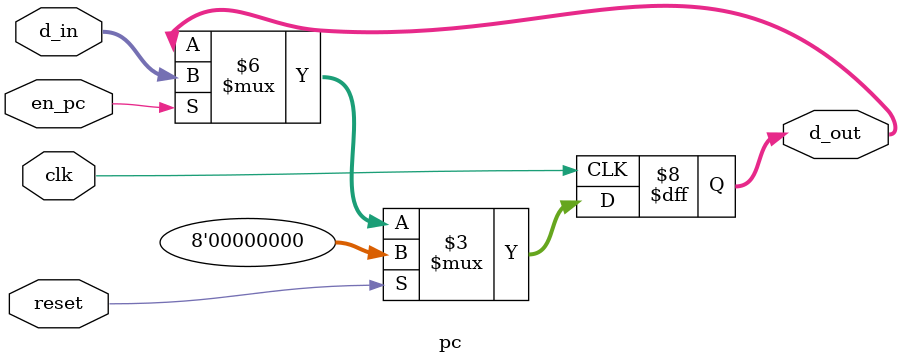
<source format=sv>
/******* fetch_unit.sv ****/
module memory(
    input clk,
    input [7:0] addr,

    output reg [15:0] out
);
    reg [15:0] memory_array [0:255]; //256 instructions eash wtih 16 bits
    initial begin
        $readmemh("instructions.txt", memory_array);
    end

    always @(posedge clk) begin
        out <= memory_array[addr];
    end
endmodule

module pc(
    input clk,
    input en_pc,
    input reset,
    input [7:0] d_in,

    output reg [7:0] d_out
);
    
    always @(posedge clk) begin
        if (en_pc) begin
            d_out = d_in;
        end
        if(reset) begin
            d_out = 8'b0;
        end
    end

endmodule


</source>
